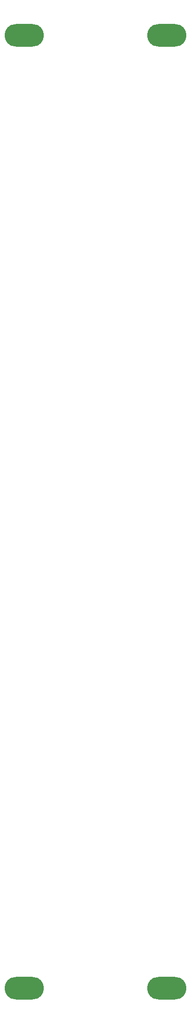
<source format=gbs>
%TF.GenerationSoftware,KiCad,Pcbnew,(6.0.6-0)*%
%TF.CreationDate,2022-09-03T01:53:08+01:00*%
%TF.ProjectId,4u-variable-integrator-panel,34752d76-6172-4696-9162-6c652d696e74,r02*%
%TF.SameCoordinates,Original*%
%TF.FileFunction,Soldermask,Bot*%
%TF.FilePolarity,Negative*%
%FSLAX46Y46*%
G04 Gerber Fmt 4.6, Leading zero omitted, Abs format (unit mm)*
G04 Created by KiCad (PCBNEW (6.0.6-0)) date 2022-09-03 01:53:08*
%MOMM*%
%LPD*%
G01*
G04 APERTURE LIST*
%ADD10O,7.000000X4.000000*%
G04 APERTURE END LIST*
D10*
%TO.C,Ref\u002A\u002A*%
X94950000Y-24400000D03*
X69550000Y-193400000D03*
X69550000Y-24400000D03*
X94950000Y-193400000D03*
%TD*%
M02*

</source>
